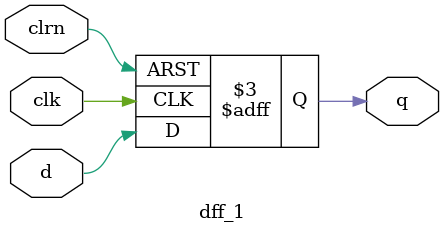
<source format=v>
`timescale 1ns / 1ps


module dff_1(d,clk,clrn,q);
    input d;
    input clk,clrn;
    output q;
    reg q;

    always@(negedge clrn or posedge clk)
    begin
        if(clrn == 0) begin
            q<=0;
        end else begin
            q<=d;
        end
    end
endmodule

</source>
